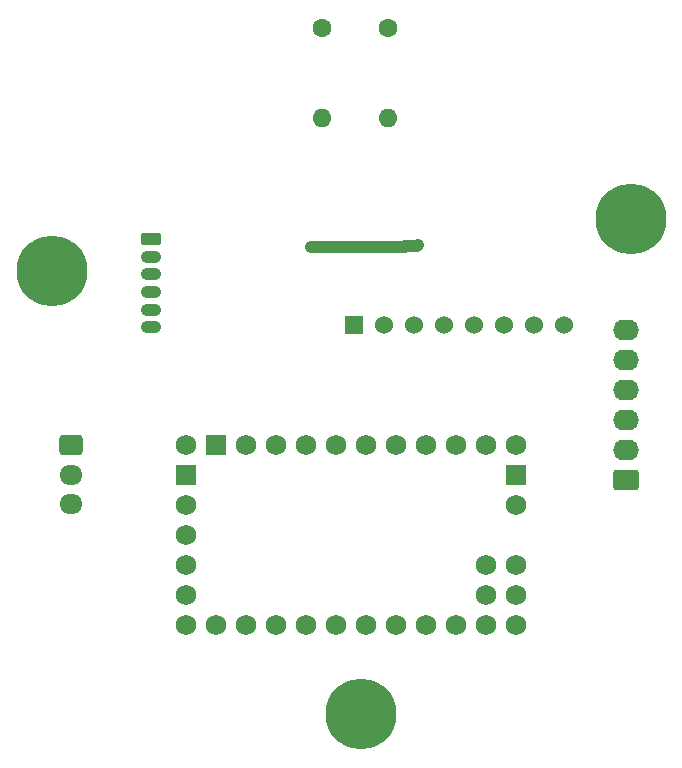
<source format=gbr>
%TF.GenerationSoftware,KiCad,Pcbnew,8.0.4*%
%TF.CreationDate,2024-08-09T17:24:03-06:00*%
%TF.ProjectId,computadorayCargaUtil,636f6d70-7574-4616-946f-726179436172,rev?*%
%TF.SameCoordinates,Original*%
%TF.FileFunction,Copper,L1,Top*%
%TF.FilePolarity,Positive*%
%FSLAX46Y46*%
G04 Gerber Fmt 4.6, Leading zero omitted, Abs format (unit mm)*
G04 Created by KiCad (PCBNEW 8.0.4) date 2024-08-09 17:24:03*
%MOMM*%
%LPD*%
G01*
G04 APERTURE LIST*
G04 Aperture macros list*
%AMRoundRect*
0 Rectangle with rounded corners*
0 $1 Rounding radius*
0 $2 $3 $4 $5 $6 $7 $8 $9 X,Y pos of 4 corners*
0 Add a 4 corners polygon primitive as box body*
4,1,4,$2,$3,$4,$5,$6,$7,$8,$9,$2,$3,0*
0 Add four circle primitives for the rounded corners*
1,1,$1+$1,$2,$3*
1,1,$1+$1,$4,$5*
1,1,$1+$1,$6,$7*
1,1,$1+$1,$8,$9*
0 Add four rect primitives between the rounded corners*
20,1,$1+$1,$2,$3,$4,$5,0*
20,1,$1+$1,$4,$5,$6,$7,0*
20,1,$1+$1,$6,$7,$8,$9,0*
20,1,$1+$1,$8,$9,$2,$3,0*%
G04 Aperture macros list end*
%TA.AperFunction,ComponentPad*%
%ADD10C,1.727200*%
%TD*%
%TA.AperFunction,ComponentPad*%
%ADD11R,1.727200X1.727200*%
%TD*%
%TA.AperFunction,ComponentPad*%
%ADD12RoundRect,0.250000X-0.615000X0.265000X-0.615000X-0.265000X0.615000X-0.265000X0.615000X0.265000X0*%
%TD*%
%TA.AperFunction,ComponentPad*%
%ADD13O,1.730000X1.030000*%
%TD*%
%TA.AperFunction,ComponentPad*%
%ADD14C,6.000000*%
%TD*%
%TA.AperFunction,ComponentPad*%
%ADD15R,1.524000X1.524000*%
%TD*%
%TA.AperFunction,ComponentPad*%
%ADD16C,1.524000*%
%TD*%
%TA.AperFunction,ComponentPad*%
%ADD17C,1.600000*%
%TD*%
%TA.AperFunction,ComponentPad*%
%ADD18O,1.600000X1.600000*%
%TD*%
%TA.AperFunction,ComponentPad*%
%ADD19RoundRect,0.250000X-0.725000X0.600000X-0.725000X-0.600000X0.725000X-0.600000X0.725000X0.600000X0*%
%TD*%
%TA.AperFunction,ComponentPad*%
%ADD20O,1.950000X1.700000*%
%TD*%
%TA.AperFunction,ComponentPad*%
%ADD21RoundRect,0.250000X0.845000X-0.620000X0.845000X0.620000X-0.845000X0.620000X-0.845000X-0.620000X0*%
%TD*%
%TA.AperFunction,ComponentPad*%
%ADD22O,2.190000X1.740000*%
%TD*%
%TA.AperFunction,ViaPad*%
%ADD23C,0.600000*%
%TD*%
%TA.AperFunction,Conductor*%
%ADD24C,1.000000*%
%TD*%
G04 APERTURE END LIST*
D10*
%TO.P,arduinoMini5,5V1,5V*%
%TO.N,+3.3V*%
X151130000Y-99060000D03*
%TO.P,arduinoMini5,5V2,SPI_5V*%
%TO.N,unconnected-(arduinoMini5-SPI_5V-Pad5V2)*%
X143510000Y-104140000D03*
%TO.P,arduinoMini5,5V3*%
%TO.N,N/C*%
X171450000Y-104140000D03*
%TO.P,arduinoMini5,A0,A0*%
%TO.N,pata2tmp36gz*%
X161290000Y-99060000D03*
%TO.P,arduinoMini5,A1,A1*%
%TO.N,unconnected-(arduinoMini5-PadA1)*%
X158750000Y-99060000D03*
%TO.P,arduinoMini5,A2,A2*%
%TO.N,unconnected-(arduinoMini5-PadA2)*%
X156210000Y-99060000D03*
%TO.P,arduinoMini5,A3,A3*%
%TO.N,unconnected-(arduinoMini5-PadA3)*%
X153670000Y-99060000D03*
%TO.P,arduinoMini5,A4,A4*%
%TO.N,Net-(ADXL345-SDA)*%
X171450000Y-111760000D03*
%TO.P,arduinoMini5,A5,A5*%
%TO.N,Net-(ADXL345-SCL)*%
X171450000Y-109220000D03*
%TO.P,arduinoMini5,A6*%
%TO.N,N/C*%
X168910000Y-111760000D03*
%TO.P,arduinoMini5,A7*%
X168910000Y-109220000D03*
%TO.P,arduinoMini5,D0,D0/RX*%
%TO.N,unconnected-(arduinoMini5-D0{slash}RX-PadD0)*%
X146050000Y-114300000D03*
%TO.P,arduinoMini5,D1,D1/TX*%
%TO.N,unconnected-(arduinoMini5-D1{slash}TX-PadD1)*%
X143510000Y-114300000D03*
%TO.P,arduinoMini5,D2,D2*%
%TO.N,unconnected-(arduinoMini5-PadD2)*%
X153670000Y-114300000D03*
%TO.P,arduinoMini5,D3,D3*%
%TO.N,unconnected-(arduinoMini5-PadD3)*%
X156210000Y-114300000D03*
%TO.P,arduinoMini5,D4,D4*%
%TO.N,unconnected-(arduinoMini5-PadD4)*%
X158750000Y-114300000D03*
%TO.P,arduinoMini5,D5,D5*%
%TO.N,unconnected-(arduinoMini5-PadD5)*%
X161290000Y-114300000D03*
%TO.P,arduinoMini5,D6,D6*%
%TO.N,unconnected-(arduinoMini5-PadD6)*%
X163830000Y-114300000D03*
%TO.P,arduinoMini5,D7,D7*%
%TO.N,csnRadio*%
X166370000Y-114300000D03*
%TO.P,arduinoMini5,D8,D8*%
%TO.N,ceRadio*%
X168910000Y-114300000D03*
%TO.P,arduinoMini5,D9,D9*%
%TO.N,unconnected-(arduinoMini5-PadD9)*%
X171450000Y-114300000D03*
%TO.P,arduinoMini5,D10,D10_CS*%
%TO.N,unconnected-(arduinoMini5-D10_CS-PadD10)*%
X171450000Y-99060000D03*
%TO.P,arduinoMini5,D11,D11*%
%TO.N,mosiRadio*%
X168910000Y-99060000D03*
%TO.P,arduinoMini5,D12,D12*%
%TO.N,misoRadio*%
X166370000Y-99060000D03*
%TO.P,arduinoMini5,D13,D13*%
%TO.N,sckRadio*%
X163830000Y-99060000D03*
D11*
%TO.P,arduinoMini5,GND2,GND*%
%TO.N,GND*%
X146050000Y-99060000D03*
%TO.P,arduinoMini5,GND3,GND*%
%TO.N,unconnected-(arduinoMini5-GND-PadGND3)*%
X143510000Y-101600000D03*
%TO.P,arduinoMini5,GND4,SPI_GND*%
%TO.N,unconnected-(arduinoMini5-SPI_GND-PadGND4)*%
X171450000Y-101600000D03*
D10*
%TO.P,arduinoMini5,L0*%
%TO.N,N/C*%
X148590000Y-114300000D03*
%TO.P,arduinoMini5,L1*%
X151130000Y-114300000D03*
%TO.P,arduinoMini5,L2*%
X143510000Y-111760000D03*
%TO.P,arduinoMini5,RST2,SPI_RESET*%
%TO.N,unconnected-(arduinoMini5-SPI_RESET-PadRST2)*%
X148590000Y-99060000D03*
%TO.P,arduinoMini5,RX*%
%TO.N,N/C*%
X143510000Y-106680000D03*
%TO.P,arduinoMini5,TX*%
X143510000Y-109220000D03*
%TO.P,arduinoMini5,VIN,VIN*%
%TO.N,unconnected-(arduinoMini5-PadVIN)*%
X143510000Y-99060000D03*
%TD*%
D12*
%TO.P,MPL3115A2_SPARKFUN1,1,Pin_1*%
%TO.N,unconnected-(MPL3115A2_SPARKFUN1-Pin_1-Pad1)*%
X140475000Y-81575000D03*
D13*
%TO.P,MPL3115A2_SPARKFUN1,2,Pin_2*%
%TO.N,unconnected-(MPL3115A2_SPARKFUN1-Pin_2-Pad2)*%
X140475000Y-83075000D03*
%TO.P,MPL3115A2_SPARKFUN1,3,Pin_3*%
%TO.N,Net-(ADXL345-SDA)*%
X140475000Y-84575000D03*
%TO.P,MPL3115A2_SPARKFUN1,4,Pin_4*%
%TO.N,Net-(ADXL345-SCL)*%
X140475000Y-86075000D03*
%TO.P,MPL3115A2_SPARKFUN1,5,Pin_5*%
%TO.N,+3.3V*%
X140475000Y-87575000D03*
%TO.P,MPL3115A2_SPARKFUN1,6,Pin_6*%
%TO.N,GND*%
X140475000Y-89075000D03*
%TD*%
D14*
%TO.P,tornillo2,2*%
%TO.N,N/C*%
X181125000Y-79850000D03*
%TD*%
D15*
%TO.P,ADXL345,1,GND*%
%TO.N,GND*%
X157690000Y-88825000D03*
D16*
%TO.P,ADXL345,2,VCC*%
%TO.N,+3.3V*%
X160230000Y-88825000D03*
%TO.P,ADXL345,3,CS*%
X162770000Y-88825000D03*
%TO.P,ADXL345,4,INT1*%
%TO.N,unconnected-(ADXL345-INT1-Pad4)*%
X165310000Y-88825000D03*
%TO.P,ADXL345,5,INT2*%
%TO.N,unconnected-(ADXL345-INT2-Pad5)*%
X167850000Y-88825000D03*
%TO.P,ADXL345,6,SDO*%
%TO.N,GND*%
X170390000Y-88825000D03*
%TO.P,ADXL345,7,SDA*%
%TO.N,Net-(ADXL345-SDA)*%
X172930000Y-88825000D03*
%TO.P,ADXL345,8,SCL*%
%TO.N,Net-(ADXL345-SCL)*%
X175470000Y-88825000D03*
%TD*%
D17*
%TO.P,R1,1*%
%TO.N,Net-(ADXL345-SDA)*%
X155025000Y-63740000D03*
D18*
%TO.P,R1,2*%
%TO.N,+3.3V*%
X155025000Y-71360000D03*
%TD*%
D14*
%TO.P,tornillo3,3*%
%TO.N,N/C*%
X158250000Y-121825000D03*
%TD*%
%TO.P,tornillo1,1*%
%TO.N,N/C*%
X132100000Y-84300000D03*
%TD*%
D17*
%TO.P,R2,1*%
%TO.N,Net-(ADXL345-SCL)*%
X160575000Y-63680000D03*
D18*
%TO.P,R2,2*%
%TO.N,+3.3V*%
X160575000Y-71300000D03*
%TD*%
D19*
%TO.P,EntradaVoltaje1,1,Pin_1*%
%TO.N,+3.3V*%
X133775000Y-99025000D03*
D20*
%TO.P,EntradaVoltaje1,2,Pin_2*%
%TO.N,GND*%
X133775000Y-101525000D03*
%TO.P,EntradaVoltaje1,3,Pin_3*%
%TO.N,+3.3V*%
X133775000Y-104025000D03*
%TD*%
D21*
%TO.P,conectoresOut1,1,Pin_1*%
%TO.N,pata2tmp36gz*%
X180725000Y-101990000D03*
D22*
%TO.P,conectoresOut1,2,Pin_2*%
%TO.N,ceRadio*%
X180725000Y-99450000D03*
%TO.P,conectoresOut1,3,Pin_3*%
%TO.N,csnRadio*%
X180725000Y-96910000D03*
%TO.P,conectoresOut1,4,Pin_4*%
%TO.N,sckRadio*%
X180725000Y-94370000D03*
%TO.P,conectoresOut1,5,Pin_5*%
%TO.N,mosiRadio*%
X180725000Y-91830000D03*
%TO.P,conectoresOut1,6,Pin_6*%
%TO.N,misoRadio*%
X180725000Y-89290000D03*
%TD*%
D23*
%TO.N,Net-(ADXL345-SDA)*%
X163075000Y-82125000D03*
X154077944Y-82225000D03*
%TD*%
D24*
%TO.N,Net-(ADXL345-SDA)*%
X163000000Y-82200000D02*
X163075000Y-82125000D01*
X161975000Y-82225000D02*
X162000000Y-82200000D01*
X154077944Y-82225000D02*
X161975000Y-82225000D01*
X162000000Y-82200000D02*
X163000000Y-82200000D01*
%TD*%
M02*

</source>
